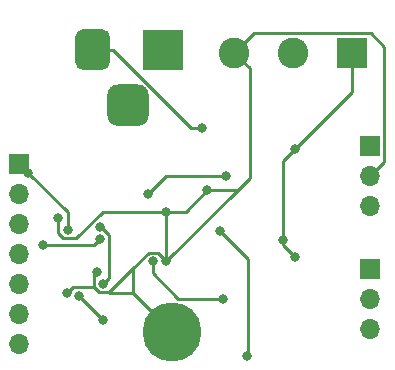
<source format=gbr>
%TF.GenerationSoftware,KiCad,Pcbnew,5.1.9+dfsg1-1+deb11u1*%
%TF.CreationDate,2023-02-23T11:19:56-05:00*%
%TF.ProjectId,DAC8811-sch,44414338-3831-4312-9d73-63682e6b6963,rev?*%
%TF.SameCoordinates,Original*%
%TF.FileFunction,Copper,L2,Bot*%
%TF.FilePolarity,Positive*%
%FSLAX46Y46*%
G04 Gerber Fmt 4.6, Leading zero omitted, Abs format (unit mm)*
G04 Created by KiCad (PCBNEW 5.1.9+dfsg1-1+deb11u1) date 2023-02-23 11:19:56*
%MOMM*%
%LPD*%
G01*
G04 APERTURE LIST*
%TA.AperFunction,ComponentPad*%
%ADD10R,1.700000X1.700000*%
%TD*%
%TA.AperFunction,ComponentPad*%
%ADD11O,1.700000X1.700000*%
%TD*%
%TA.AperFunction,ComponentPad*%
%ADD12R,3.500000X3.500000*%
%TD*%
%TA.AperFunction,ComponentPad*%
%ADD13R,2.600000X2.600000*%
%TD*%
%TA.AperFunction,ComponentPad*%
%ADD14C,2.600000*%
%TD*%
%TA.AperFunction,ComponentPad*%
%ADD15C,5.000000*%
%TD*%
%TA.AperFunction,ViaPad*%
%ADD16C,0.800000*%
%TD*%
%TA.AperFunction,Conductor*%
%ADD17C,0.250000*%
%TD*%
G04 APERTURE END LIST*
D10*
%TO.P,J1,1*%
%TO.N,SCLK*%
X112776000Y-109728000D03*
D11*
%TO.P,J1,2*%
%TO.N,SDIN*%
X112776000Y-112268000D03*
%TO.P,J1,3*%
%TO.N,CS_X*%
X112776000Y-114808000D03*
%TO.P,J1,4*%
%TO.N,CS_Y*%
X112776000Y-117348000D03*
%TO.P,J1,5*%
%TO.N,DVDD*%
X112776000Y-119888000D03*
%TO.P,J1,6*%
%TO.N,5V*%
X112776000Y-122428000D03*
%TO.P,J1,7*%
%TO.N,GND1*%
X112776000Y-124968000D03*
%TD*%
D12*
%TO.P,J3,1*%
%TO.N,OPAMP_P*%
X124968000Y-100076000D03*
%TO.P,J3,2*%
%TO.N,OPAMP_N*%
%TA.AperFunction,ComponentPad*%
G36*
G01*
X117468000Y-101076000D02*
X117468000Y-99076000D01*
G75*
G02*
X118218000Y-98326000I750000J0D01*
G01*
X119718000Y-98326000D01*
G75*
G02*
X120468000Y-99076000I0J-750000D01*
G01*
X120468000Y-101076000D01*
G75*
G02*
X119718000Y-101826000I-750000J0D01*
G01*
X118218000Y-101826000D01*
G75*
G02*
X117468000Y-101076000I0J750000D01*
G01*
G37*
%TD.AperFunction*%
%TO.P,J3,3*%
%TO.N,N/C*%
%TA.AperFunction,ComponentPad*%
G36*
G01*
X120218000Y-105651000D02*
X120218000Y-103901000D01*
G75*
G02*
X121093000Y-103026000I875000J0D01*
G01*
X122843000Y-103026000D01*
G75*
G02*
X123718000Y-103901000I0J-875000D01*
G01*
X123718000Y-105651000D01*
G75*
G02*
X122843000Y-106526000I-875000J0D01*
G01*
X121093000Y-106526000D01*
G75*
G02*
X120218000Y-105651000I0J875000D01*
G01*
G37*
%TD.AperFunction*%
%TD*%
D10*
%TO.P,J4,1*%
%TO.N,VOUT_Y_P*%
X142494000Y-118618000D03*
D11*
%TO.P,J4,2*%
%TO.N,GND1*%
X142494000Y-121158000D03*
%TO.P,J4,3*%
%TO.N,VOUT_Y_N*%
X142494000Y-123698000D03*
%TD*%
%TO.P,J5,3*%
%TO.N,VOUT_X_N*%
X142494000Y-113284000D03*
%TO.P,J5,2*%
%TO.N,GND1*%
X142494000Y-110744000D03*
D10*
%TO.P,J5,1*%
%TO.N,VOUT_X_P*%
X142494000Y-108204000D03*
%TD*%
D13*
%TO.P,J2,1*%
%TO.N,OPAMP_P*%
X140970000Y-100330000D03*
D14*
%TO.P,J2,2*%
%TO.N,OPAMP_N*%
X135970000Y-100330000D03*
%TO.P,J2,3*%
%TO.N,GND1*%
X130970000Y-100330000D03*
%TD*%
D15*
%TO.P,H1,1*%
%TO.N,GND1*%
X125730000Y-123952000D03*
%TD*%
D16*
%TO.N,OPAMP_P*%
X135128000Y-116167990D03*
X136144000Y-117617990D03*
X136144000Y-108458000D03*
%TO.N,GND1*%
X125222000Y-117993743D03*
X125222000Y-113792000D03*
X128663028Y-111982847D03*
X116840000Y-120650000D03*
X119380000Y-118872000D03*
X116078000Y-114300000D03*
%TO.N,OPAMP_N*%
X129794000Y-115442990D03*
X132080000Y-125984000D03*
X128270000Y-106680000D03*
%TO.N,SCLK*%
X113538000Y-110490000D03*
X116844653Y-115311347D03*
%TO.N,CS_Y*%
X114808000Y-116586000D03*
X119634000Y-116078000D03*
%TO.N,Net-(U1-Pad3)*%
X124074752Y-117993742D03*
X130048000Y-121158000D03*
%TO.N,Net-(U2-Pad3)*%
X123698000Y-112268000D03*
X130302000Y-110744000D03*
%TO.N,Vref_x*%
X119888000Y-119888000D03*
X119629347Y-115057347D03*
%TO.N,Vref_y*%
X119888000Y-122936000D03*
X117851347Y-120899347D03*
%TD*%
D17*
%TO.N,OPAMP_P*%
X135128000Y-116601990D02*
X136144000Y-117617990D01*
X135128000Y-116167990D02*
X135128000Y-116601990D01*
X135128000Y-109474000D02*
X136144000Y-108458000D01*
X135128000Y-116167990D02*
X135128000Y-109474000D01*
X140970000Y-103632000D02*
X136144000Y-108458000D01*
X140970000Y-100330000D02*
X140970000Y-103632000D01*
%TO.N,GND1*%
X125222000Y-117993743D02*
X125222000Y-113792000D01*
X126853875Y-113792000D02*
X128663028Y-111982847D01*
X125222000Y-113792000D02*
X126853875Y-113792000D01*
X123726751Y-117268741D02*
X124496998Y-117268741D01*
X124496998Y-117268741D02*
X125222000Y-117993743D01*
X119539999Y-120613001D02*
X120382491Y-120613001D01*
X119101344Y-120174346D02*
X119539999Y-120613001D01*
X117315654Y-120174346D02*
X119101344Y-120174346D01*
X116840000Y-120650000D02*
X117315654Y-120174346D01*
X119101344Y-119150656D02*
X119380000Y-118872000D01*
X119101344Y-120174346D02*
X119101344Y-119150656D01*
X143669001Y-109568999D02*
X142494000Y-110744000D01*
X143669001Y-99843999D02*
X143669001Y-109568999D01*
X142530001Y-98704999D02*
X143669001Y-99843999D01*
X132595001Y-98704999D02*
X142530001Y-98704999D01*
X130970000Y-100330000D02*
X132595001Y-98704999D01*
X132269999Y-101629999D02*
X132269999Y-110945744D01*
X130970000Y-100330000D02*
X132269999Y-101629999D01*
X128663028Y-111982847D02*
X131232897Y-111982847D01*
X131232897Y-111982847D02*
X131259872Y-111955872D01*
X131259872Y-111955872D02*
X125222000Y-117993743D01*
X132269999Y-110945744D02*
X131259872Y-111955872D01*
X125730000Y-123952000D02*
X122428000Y-120650000D01*
X120419490Y-120650000D02*
X120382491Y-120613001D01*
X122428000Y-120650000D02*
X120419490Y-120650000D01*
X122428000Y-118618000D02*
X122402746Y-118592746D01*
X122428000Y-120650000D02*
X122428000Y-118618000D01*
X122402746Y-118592746D02*
X123726751Y-117268741D01*
X120382491Y-120613001D02*
X122402746Y-118592746D01*
X116496652Y-116036348D02*
X117577344Y-116036348D01*
X119821692Y-113792000D02*
X125222000Y-113792000D01*
X117577344Y-116036348D02*
X119821692Y-113792000D01*
X116078000Y-115617696D02*
X116496652Y-116036348D01*
X116078000Y-114300000D02*
X116078000Y-115617696D01*
%TO.N,OPAMP_N*%
X132120990Y-125943010D02*
X132080000Y-125984000D01*
X132120990Y-117769980D02*
X132120990Y-125943010D01*
X129794000Y-115442990D02*
X132120990Y-117769980D01*
X120715070Y-100076000D02*
X127319070Y-106680000D01*
X127319070Y-106680000D02*
X128270000Y-106680000D01*
X118968000Y-100076000D02*
X120715070Y-100076000D01*
%TO.N,SCLK*%
X116844653Y-113796653D02*
X116844653Y-115311347D01*
X113538000Y-110490000D02*
X116844653Y-113796653D01*
%TO.N,CS_Y*%
X119126000Y-116586000D02*
X119634000Y-116078000D01*
X114808000Y-116586000D02*
X119126000Y-116586000D01*
%TO.N,Net-(U1-Pad3)*%
X126238000Y-121158000D02*
X130048000Y-121158000D01*
X124074752Y-118994752D02*
X126238000Y-121158000D01*
X124074752Y-117993742D02*
X124074752Y-118994752D01*
%TO.N,Net-(U2-Pad3)*%
X123698000Y-112268000D02*
X125222000Y-110744000D01*
X125222000Y-110744000D02*
X130302000Y-110744000D01*
%TO.N,Vref_x*%
X119686349Y-115057347D02*
X119629347Y-115057347D01*
X120359001Y-115729999D02*
X119686349Y-115057347D01*
X120359001Y-119416999D02*
X120359001Y-115729999D01*
X119888000Y-119888000D02*
X120359001Y-119416999D01*
%TO.N,Vref_y*%
X119888000Y-122936000D02*
X117851347Y-120899347D01*
%TD*%
M02*

</source>
